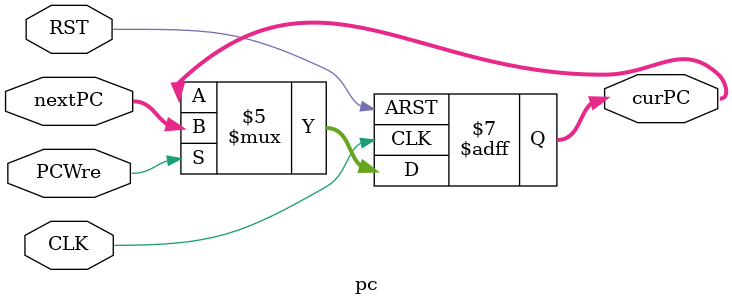
<source format=v>
`timescale 1ns / 1ps
module pc(
    input CLK,
    input RST,
    input PCWre,
    input [31:0] nextPC,
    output reg[31:0]curPC
    );

//³õÊ¼»¯pc
	initial begin
		curPC = 0;
	end
	
	always@(posedge CLK or negedge RST)
	begin 
		if(!RST)
			begin 
				curPC =0;
			end
		else
			begin
				if (PCWre)
					begin
						curPC = nextPC;
					end
				else
					begin
						curPC =curPC;
					end
			end
	end
endmodule

</source>
